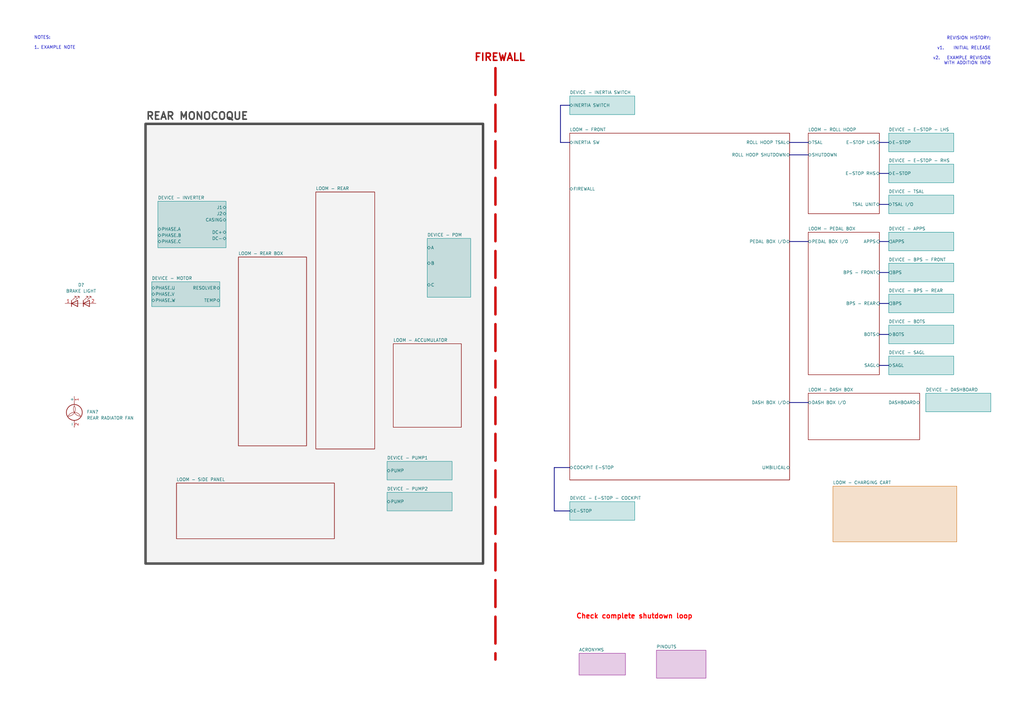
<source format=kicad_sch>
(kicad_sch (version 20230121) (generator eeschema)
  (paper "A3")
  (title_block (title "STAG X - TOP LEVEL"))
  (lib_symbols
    (symbol "Device:LED_Series" (pin_names (offset 1.016) hide)
      (property "Reference" "D" (at 0 5.715 0))
      (property "Value" "LED_Series" (at 0 3.81 0))
      (symbol "LED_Series_0_1"
        (polyline (pts (xy -3.81 0) (xy -1.016 0)))
        (polyline (pts (xy -3.683 -1.27) (xy -3.683 1.27)) (stroke (width 0.254)))
        (polyline (pts (xy -0.508 0) (xy -0.762 0)))
        (polyline (pts (xy 0.127 0) (xy -0.127 0)))
        (polyline (pts (xy 0.508 0) (xy 0.762 0)))
        (polyline (pts (xy 1.016 0) (xy 3.81 0)))
        (polyline (pts (xy 1.143 -1.27) (xy 1.143 1.27)) (stroke (width 0.254)))
        (polyline (pts (xy -1.143 -1.27) (xy -1.143 1.27) (xy -3.683 0) (xy -1.143 -1.27)) (stroke (width 0.254)))
        (polyline (pts (xy 3.683 -1.27) (xy 3.683 1.27) (xy 1.143 0) (xy 3.683 -1.27)) (stroke (width 0.254)))
        (polyline (pts (xy -3.302 1.397) (xy -1.778 2.921) (xy -2.54 2.921) (xy -1.778 2.921) (xy -1.778 2.159)))
        (polyline (pts (xy -2.032 1.397) (xy -0.508 2.921) (xy -1.27 2.921) (xy -0.508 2.921) (xy -0.508 2.159)))
        (polyline (pts (xy 1.524 1.397) (xy 3.048 2.921) (xy 2.286 2.921) (xy 3.048 2.921) (xy 3.048 2.159)))
        (polyline (pts (xy 2.794 1.397) (xy 4.318 2.921) (xy 3.556 2.921) (xy 4.318 2.921) (xy 4.318 2.159)))
      )
      (symbol "LED_Series_1_1"
        (pin passive line (at -6.35 0 0) (length 2.54) (name "K") (number "1"))
        (pin passive line (at 6.35 0 180) (length 2.54) (name "A") (number "2"))
      )
    )
    (symbol "Motor:Fan" (pin_names (offset 0))
      (property "Reference" "M" (at 2.54 5.08 0))
      (property "Value" "Fan" (at 2.54 -2.54 0))
      (symbol "Fan_0_1"
        (arc (start -2.54 -0.508) (mid 0.0028 0.9121) (end 0 3.81))
        (polyline (pts (xy 0 -5.08) (xy 0 -4.572)))
        (polyline (pts (xy 0 -2.2352) (xy 0 -2.6416)))
        (polyline (pts (xy 0 4.2672) (xy 0 4.6228)))
        (polyline (pts (xy 0 4.572) (xy 0 5.08)))
        (circle (center 0 1.016) (radius 3.2512) (stroke (width 0.254)))
        (arc (start 0 3.81) (mid 0.053 0.921) (end 2.54 -0.508))
        (arc (start 2.54 -0.508) (mid 0 1.0618) (end -2.54 -0.508))
      )
      (symbol "Fan_1_1"
        (pin passive line (at 0 7.62 270) (length 2.54) (name "+") (number "1"))
        (pin passive line (at 0 -5.08 90) (length 2.54) (name "-") (number "2"))
      )
    )
  )
  (bus (pts (xy 360.68 137.16) (xy 364.49 137.16)))
  (bus (pts (xy 323.85 63.5) (xy 331.47 63.5)))
  (bus (pts (xy 360.68 99.06) (xy 364.49 99.06)))
  (bus (pts (xy 233.68 209.55) (xy 227.33 209.55)))
  (bus (pts (xy 360.68 58.42) (xy 364.49 58.42)))
  (bus (pts (xy 360.68 111.76) (xy 364.49 111.76)))
  (bus (pts (xy 360.68 83.82) (xy 364.49 83.82)))
  (bus (pts (xy 227.33 191.77) (xy 233.68 191.77)))
  (bus (pts (xy 229.87 58.42) (xy 233.68 58.42)))
  (bus (pts (xy 233.68 43.18) (xy 229.87 43.18)))
  (bus (pts (xy 227.33 209.55) (xy 227.33 191.77)))
  (bus (pts (xy 360.68 124.46) (xy 364.49 124.46)))
  (bus (pts (xy 360.68 149.86) (xy 364.49 149.86)))
  (polyline (pts (xy 203.2 27.94) (xy 203.2 270.51)) (stroke (width 1) (type dash) (color 194 0 0 1)))
  (bus (pts (xy 323.85 99.06) (xy 331.47 99.06)))
  (bus (pts (xy 323.85 165.1) (xy 331.47 165.1)))
  (bus (pts (xy 229.87 43.18) (xy 229.87 58.42)))
  (bus (pts (xy 323.85 58.42) (xy 331.47 58.42)))
  (bus (pts (xy 360.68 71.12) (xy 364.49 71.12)))
  (rectangle (start 59.69 50.8) (end 198.12 231.14) (stroke (width 1) (color 72 72 72 1)) (fill (type color) (color 132 132 132 0.1)))
  (text "NOTES:\n\n1. EXAMPLE NOTE" (at 13.97 20.32 0) (effects (font (size 1.27 1.27)) (justify left bottom)))
  (text "Check complete shutdown loop" (at 236.22 254 0) (effects (font (size 2 2) (thickness 0.4) bold) (justify left bottom)))
  (text "     REVISION HISTORY:\n\nv1.    INITIAL RELEASE\n\nv2.   EXAMPLE REVISION\n    WITH ADDITION INFO" (at 406.4 26.67 0) (effects (font (size 1.27 1.27)) (justify right bottom)))
  (text "FIREWALL" (at 194.31 25.4 0) (effects (font (size 3 3) (thickness 0.6) bold) (justify left bottom)))
  (text "REAR MONOCOQUE" (at 59.69 49.53 0) (effects (font (size 3 3) bold) (justify left bottom)))
  (symbol (lib_id "Device:LED_Series") (at 33.02 124.46 0) (unit 1)
    (property "Reference" "D?" (at 33.274 116.84 0))
    (property "Value" "BRAKE LIGHT" (at 33.274 119.38 0))
  )
  (symbol (lib_id "Motor:Fan") (at 30.48 170.18 0) (unit 1)
    (property "Reference" "FAN?" (at 35.56 168.91 0) (effects (justify left)))
    (property "Value" "REAR RADIATOR FAN" (at 35.56 171.45 0) (effects (justify left)))
  )
  (sheet (at 364.49 133.35) (size 26.67 7.62) (stroke (width 0.1524) (color 0 132 132 1)) (fill (color 0 132 132 0.2000))
    (property "Sheetname" "DEVICE - BOTS" (at 364.49 132.6384 0) (effects (justify left bottom)))
    (property "Sheetfile" "device-bots.kicad_sch" (effects hide))
    (pin "BOTS" bidirectional (at 364.49 137.16 180))
  )
  (sheet (at 175.26 97.79) (size 17.78 24.13) (stroke (width 0.1524) (color 0 132 132 1)) (fill (color 0 132 132 0.2000))
    (property "Sheetname" "DEVICE - PDM" (at 175.26 97.0784 0) (effects (justify left bottom)))
    (property "Sheetfile" "device-pdm.kicad_sch" (effects hide))
    (pin "C" bidirectional (at 175.26 116.84 180))
    (pin "B" bidirectional (at 175.26 107.95 180))
    (pin "A" bidirectional (at 175.26 101.6 180))
  )
  (sheet (at 237.49 267.97) (size 19.05 8.89) (stroke (width 0.1524) (color 132 0 132 1)) (fill (color 132 0 132 0.2000))
    (property "Sheetname" "ACRONYMS" (at 237.49 267.2584 0) (effects (justify left bottom)))
    (property "Sheetfile" "acronyms.kicad_sch" (effects hide))
  )
  (sheet (at 158.75 201.93) (size 26.67 7.62) (stroke (width 0.1524) (color 0 132 132 1)) (fill (color 0 132 132 0.2000))
    (property "Sheetname" "DEVICE - PUMP2" (at 158.75 201.2184 0) (effects (justify left bottom)))
    (property "Sheetfile" "device-pump.kicad_sch" (effects hide))
    (pin "PUMP" bidirectional (at 158.75 205.74 180))
  )
  (sheet (at 233.68 205.74) (size 26.67 7.62) (stroke (width 0.1524) (color 0 132 132 1)) (fill (color 0 132 132 0.2000))
    (property "Sheetname" "DEVICE - E-STOP - COCKPIT" (at 233.68 205.0284 0) (effects (justify left bottom)))
    (property "Sheetfile" "device-e-stop.kicad_sch" (effects hide))
    (pin "E-STOP" bidirectional (at 233.68 209.55 180))
  )
  (sheet (at 64.77 82.55) (size 27.94 19.05) (stroke (width 0.1524) (color 0 132 132 1)) (fill (color 0 132 132 0.2000))
    (property "Sheetname" "DEVICE - INVERTER" (at 64.77 81.8384 0) (effects (justify left bottom)))
    (property "Sheetfile" "device-inverter.kicad_sch" (effects hide))
    (pin "PHASE.A" bidirectional (at 64.77 93.98 180))
    (pin "PHASE.B" bidirectional (at 64.77 96.52 180))
    (pin "PHASE.C" bidirectional (at 64.77 99.06 180))
    (pin "J1" bidirectional (at 92.71 85.09 0))
    (pin "J2" bidirectional (at 92.71 87.63 0))
    (pin "CASING" bidirectional (at 92.71 90.17 0))
    (pin "DC+" bidirectional (at 92.71 95.25 0))
    (pin "DC-" bidirectional (at 92.71 97.79 0))
  )
  (sheet (at 364.49 80.01) (size 26.67 7.62) (stroke (width 0.1524) (color 0 132 132 1)) (fill (color 0 132 132 0.2000))
    (property "Sheetname" "DEVICE - TSAL" (at 364.49 79.2984 0) (effects (justify left bottom)))
    (property "Sheetfile" "device-tsal.kicad_sch" (effects hide))
    (pin "TSAL I{slash}O" bidirectional (at 364.49 83.82 180))
  )
  (sheet (at 379.73 161.29) (size 26.67 7.62) (stroke (width 0.1524) (color 0 132 132 1)) (fill (color 0 132 132 0.2000))
    (property "Sheetname" "DEVICE - DASHBOARD" (at 379.73 160.5784 0) (effects (justify left bottom)))
    (property "Sheetfile" "device-dashboard.kicad_sch" (effects hide))
  )
  (sheet (at 129.54 78.74) (size 24.13 105.41) (stroke (width 0.1524))
    (property "Sheetname" "LOOM - REAR" (at 129.54 78.0284 0) (effects (justify left bottom)))
    (property "Sheetfile" "loom-rear.kicad_sch" (effects hide))
  )
  (sheet (at 158.75 189.23) (size 26.67 7.62) (stroke (width 0.1524) (color 0 132 132 1)) (fill (color 0 132 132 0.2000))
    (property "Sheetname" "DEVICE - PUMP1" (at 158.75 188.5184 0) (effects (justify left bottom)))
    (property "Sheetfile" "device-pump.kicad_sch" (effects hide))
    (pin "PUMP" bidirectional (at 158.75 193.04 180))
  )
  (sheet (at 364.49 95.25) (size 26.67 7.62) (stroke (width 0.1524) (color 0 132 132 1)) (fill (color 0 132 132 0.2000))
    (property "Sheetname" "DEVICE - APPS" (at 364.49 94.5384 0) (effects (justify left bottom)))
    (property "Sheetfile" "device-apps.kicad_sch" (effects hide))
    (pin "APPS" output (at 364.49 99.06 180))
  )
  (sheet (at 331.47 161.29) (size 45.72 19.05) (stroke (width 0.1524))
    (property "Sheetname" "LOOM - DASH BOX" (at 331.47 160.5784 0) (effects (justify left bottom)))
    (property "Sheetfile" "loom-dash-box.kicad_sch" (effects hide))
    (pin "DASHBOARD" bidirectional (at 377.19 165.1 0))
    (pin "DASH BOX I{slash}O" bidirectional (at 331.47 165.1 180))
  )
  (sheet (at 364.49 54.61) (size 26.67 7.62) (stroke (width 0.1524) (color 0 132 132 1)) (fill (color 0 132 132 0.2000))
    (property "Sheetname" "DEVICE - E-STOP - LHS" (at 364.49 53.8984 0) (effects (justify left bottom)))
    (property "Sheetfile" "device-e-stop.kicad_sch" (effects hide))
    (pin "E-STOP" bidirectional (at 364.49 58.42 180))
  )
  (sheet (at 364.49 107.95) (size 26.67 7.62) (stroke (width 0.1524) (color 0 132 132 1)) (fill (color 0 132 132 0.2000))
    (property "Sheetname" "DEVICE - BPS - FRONT" (at 364.49 107.2384 0) (effects (justify left bottom)))
    (property "Sheetfile" "device-bps.kicad_sch" (effects hide))
    (pin "BPS" output (at 364.49 111.76 180))
  )
  (sheet (at 364.49 67.31) (size 26.67 7.62) (stroke (width 0.1524) (color 0 132 132 1)) (fill (color 0 132 132 0.2000))
    (property "Sheetname" "DEVICE - E-STOP - RHS" (at 364.49 66.5984 0) (effects (justify left bottom)))
    (property "Sheetfile" "device-e-stop.kicad_sch" (effects hide))
    (pin "E-STOP" bidirectional (at 364.49 71.12 180))
  )
  (sheet (at 72.39 198.12) (size 64.77 22.86) (stroke (width 0.1524))
    (property "Sheetname" "LOOM - SIDE PANEL" (at 72.39 197.4084 0) (effects (justify left bottom)))
    (property "Sheetfile" "loom-side-panel.kicad_sch" (effects hide))
  )
  (sheet (at 62.23 115.57) (size 27.94 10.16) (stroke (width 0.1524) (color 0 132 132 1)) (fill (color 0 132 132 0.2000))
    (property "Sheetname" "DEVICE - MOTOR" (at 62.23 114.8584 0) (effects (justify left bottom)))
    (property "Sheetfile" "device-motor.kicad_sch" (effects hide))
    (pin "PHASE.V" bidirectional (at 62.23 120.65 180))
    (pin "PHASE.U" bidirectional (at 62.23 118.11 180))
    (pin "PHASE.W" bidirectional (at 62.23 123.19 180))
    (pin "RESOLVER" bidirectional (at 90.17 118.11 0))
    (pin "TEMP" bidirectional (at 90.17 123.19 0))
  )
  (sheet (at 341.63 199.39) (size 50.8 22.86) (stroke (width 0.1524) (color 204 102 0 1)) (fill (color 204 102 0 0.2000))
    (property "Sheetname" "LOOM - CHARGING CART" (at 341.63 198.6784 0) (effects (justify left bottom)))
    (property "Sheetfile" "loom-charging-cart.kicad_sch" (effects hide))
  )
  (sheet (at 364.49 146.05) (size 26.67 7.62) (stroke (width 0.1524) (color 0 132 132 1)) (fill (color 0 132 132 0.2000))
    (property "Sheetname" "DEVICE - SAGL" (at 364.49 145.3384 0) (effects (justify left bottom)))
    (property "Sheetfile" "device-bspd.kicad_sch" (effects hide))
    (pin "SAGL" bidirectional (at 364.49 149.86 180))
  )
  (sheet (at 161.29 140.97) (size 27.94 34.29) (stroke (width 0.1524))
    (property "Sheetname" "LOOM - ACCUMULATOR" (at 161.29 140.2584 0) (effects (justify left bottom)))
    (property "Sheetfile" "loom-accumulator.kicad_sch" (effects hide))
  )
  (sheet (at 269.24 266.7) (size 20.32 11.43) (stroke (width 0.1524) (color 132 0 132 1)) (fill (color 132 0 132 0.2000))
    (property "Sheetname" "PINOUTS" (at 269.24 265.9884 0) (effects (justify left bottom)))
    (property "Sheetfile" "pinouts.kicad_sch" (effects hide))
  )
  (sheet (at 97.79 105.41) (size 27.94 77.47) (stroke (width 0.1524))
    (property "Sheetname" "LOOM - REAR BOX" (at 97.79 104.6984 0) (effects (justify left bottom)))
    (property "Sheetfile" "loom-rear-box.kicad_sch" (effects hide))
  )
  (sheet (at 364.49 120.65) (size 26.67 7.62) (stroke (width 0.1524) (color 0 132 132 1)) (fill (color 0 132 132 0.2000))
    (property "Sheetname" "DEVICE - BPS - REAR" (at 364.49 119.9384 0) (effects (justify left bottom)))
    (property "Sheetfile" "device-bps.kicad_sch" (effects hide))
    (pin "BPS" output (at 364.49 124.46 180))
  )
  (sheet (at 331.47 54.61) (size 29.21 33.02) (stroke (width 0.1524))
    (property "Sheetname" "LOOM - ROLL HOOP" (at 331.47 53.8984 0) (effects (justify left bottom)))
    (property "Sheetfile" "loom-roll-hoop.kicad_sch" (effects hide))
    (pin "E-STOP LHS" bidirectional (at 360.68 58.42 0))
    (pin "E-STOP RHS" bidirectional (at 360.68 71.12 0))
    (pin "TSAL UNIT" bidirectional (at 360.68 83.82 0))
    (pin "TSAL" bidirectional (at 331.47 58.42 180))
    (pin "SHUTDOWN" bidirectional (at 331.47 63.5 180))
  )
  (sheet (at 233.68 54.61) (size 90.17 142.24) (stroke (width 0.1524))
    (property "Sheetname" "LOOM - FRONT" (at 233.68 53.8984 0) (effects (justify left bottom)))
    (property "Sheetfile" "loom-front.kicad_sch" (effects hide))
    (pin "PEDAL BOX I{slash}O" bidirectional (at 323.85 99.06 0))
    (pin "DASH BOX I{slash}O" bidirectional (at 323.85 165.1 0))
    (pin "FIREWALL" bidirectional (at 233.68 77.47 180))
    (pin "INERTIA SW" bidirectional (at 233.68 58.42 180))
    (pin "COCKPIT E-STOP" bidirectional (at 233.68 191.77 180))
    (pin "UMBILICAL" bidirectional (at 323.85 191.77 0))
    (pin "ROLL HOOP SHUTDOWN" bidirectional (at 323.85 63.5 0))
    (pin "ROLL HOOP TSAL" bidirectional (at 323.85 58.42 0))
  )
  (sheet (at 331.47 95.25) (size 29.21 58.42) (stroke (width 0.1524))
    (property "Sheetname" "LOOM - PEDAL BOX" (at 331.47 94.5384 0) (effects (justify left bottom)))
    (property "Sheetfile" "loom-pedal-box.kicad_sch" (effects hide))
    (pin "APPS" input (at 360.68 99.06 0))
    (pin "BPS - FRONT" input (at 360.68 111.76 0))
    (pin "BPS - REAR" input (at 360.68 124.46 0))
    (pin "BOTS" bidirectional (at 360.68 137.16 0))
    (pin "SAGL" bidirectional (at 360.68 149.86 0))
    (pin "PEDAL BOX I{slash}O" bidirectional (at 331.47 99.06 180))
  )
  (sheet (at 233.68 39.37) (size 26.67 7.62) (stroke (width 0.1524) (color 0 132 132 1)) (fill (color 0 132 132 0.2000))
    (property "Sheetname" "DEVICE - INERTIA SWITCH" (at 233.68 38.6584 0) (effects (justify left bottom)))
    (property "Sheetfile" "device-inertia-switch.kicad_sch" (effects hide))
    (pin "INERTIA SWITCH" bidirectional (at 233.68 43.18 180))
  )
)
</source>
